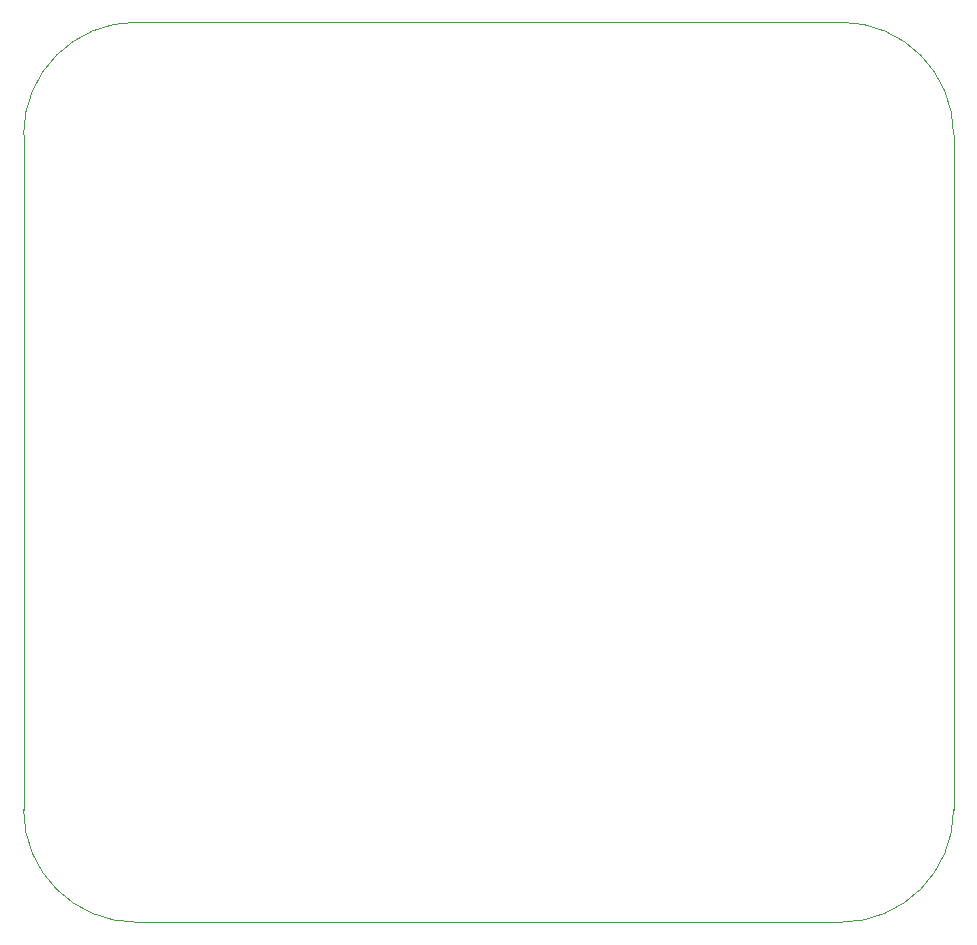
<source format=gbr>
%TF.GenerationSoftware,KiCad,Pcbnew,8.0.6*%
%TF.CreationDate,2024-12-18T16:17:06-08:00*%
%TF.ProjectId,pico-analyzer,7069636f-2d61-46e6-916c-797a65722e6b,1.0*%
%TF.SameCoordinates,Original*%
%TF.FileFunction,Profile,NP*%
%FSLAX46Y46*%
G04 Gerber Fmt 4.6, Leading zero omitted, Abs format (unit mm)*
G04 Created by KiCad (PCBNEW 8.0.6) date 2024-12-18 16:17:06*
%MOMM*%
%LPD*%
G01*
G04 APERTURE LIST*
%TA.AperFunction,Profile*%
%ADD10C,0.050000*%
%TD*%
G04 APERTURE END LIST*
D10*
X85725000Y-127000000D02*
G75*
G02*
X76200000Y-117475000I0J9525000D01*
G01*
X76200000Y-60325000D02*
G75*
G02*
X85725000Y-50800000I9525000J0D01*
G01*
X145415000Y-127000000D02*
X85725000Y-127000000D01*
X154940000Y-117475000D02*
G75*
G02*
X145415000Y-127000000I-9525000J0D01*
G01*
X85725000Y-50800000D02*
X145415000Y-50800000D01*
X76200000Y-117475000D02*
X76200000Y-60325000D01*
X154940000Y-60325000D02*
X154940000Y-117475000D01*
X145415000Y-50800000D02*
G75*
G02*
X154940000Y-60325000I0J-9525000D01*
G01*
M02*

</source>
